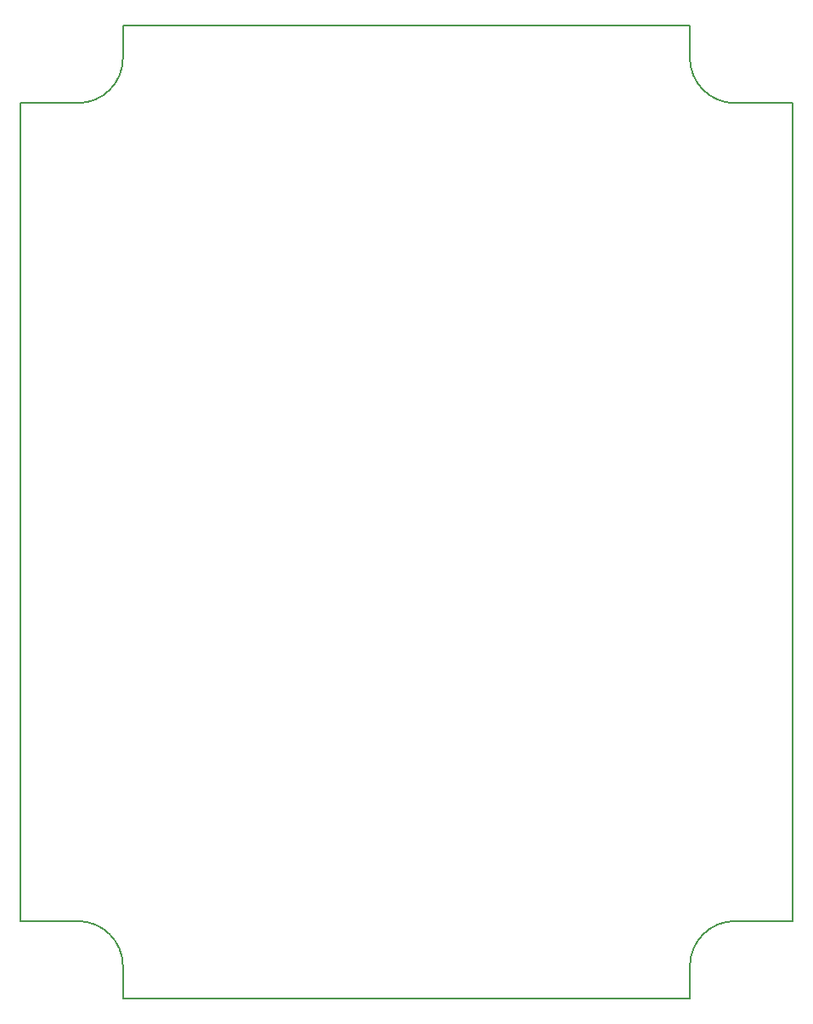
<source format=gko>
G04 #@! TF.GenerationSoftware,KiCad,Pcbnew,5.0.2-bee76a0~70~ubuntu16.04.1*
G04 #@! TF.CreationDate,2019-04-13T12:29:28+01:00*
G04 #@! TF.ProjectId,rgb-to-hdmi,7267622d-746f-42d6-9864-6d692e6b6963,rev?*
G04 #@! TF.SameCoordinates,PX8712db8PY8b83550*
G04 #@! TF.FileFunction,Profile,NP*
%FSLAX46Y46*%
G04 Gerber Fmt 4.6, Leading zero omitted, Abs format (unit mm)*
G04 Created by KiCad (PCBNEW 5.0.2-bee76a0~70~ubuntu16.04.1) date Sat 13 Apr 2019 12:29:28 BST*
%MOMM*%
%LPD*%
G01*
G04 APERTURE LIST*
%ADD10C,0.150000*%
G04 APERTURE END LIST*
D10*
X77000000Y89250000D02*
X71250000Y89250000D01*
X10250000Y93750000D02*
G75*
G02X5750000Y89250000I-4500000J0D01*
G01*
X5750000Y7750000D02*
G75*
G02X10250000Y3250000I0J-4500000D01*
G01*
X66750000Y3250000D02*
G75*
G02X71250000Y7750000I4500000J0D01*
G01*
X71250000Y89250000D02*
G75*
G02X66750000Y93750000I0J4500000D01*
G01*
X0Y89250000D02*
X0Y7750000D01*
X10250000Y97000000D02*
X66750000Y97000000D01*
X10250000Y93750000D02*
X10250000Y97000000D01*
X0Y89250000D02*
X5750000Y89250000D01*
X77000000Y7750000D02*
X77000000Y89250000D01*
X10250000Y0D02*
X66750000Y0D01*
X10250000Y3250000D02*
X10250000Y0D01*
X0Y7750000D02*
X5750000Y7750000D01*
X66750000Y0D02*
X66750000Y3250000D01*
X77000000Y7750000D02*
X71250000Y7750000D01*
X66750000Y97000000D02*
X66750000Y93750000D01*
M02*

</source>
